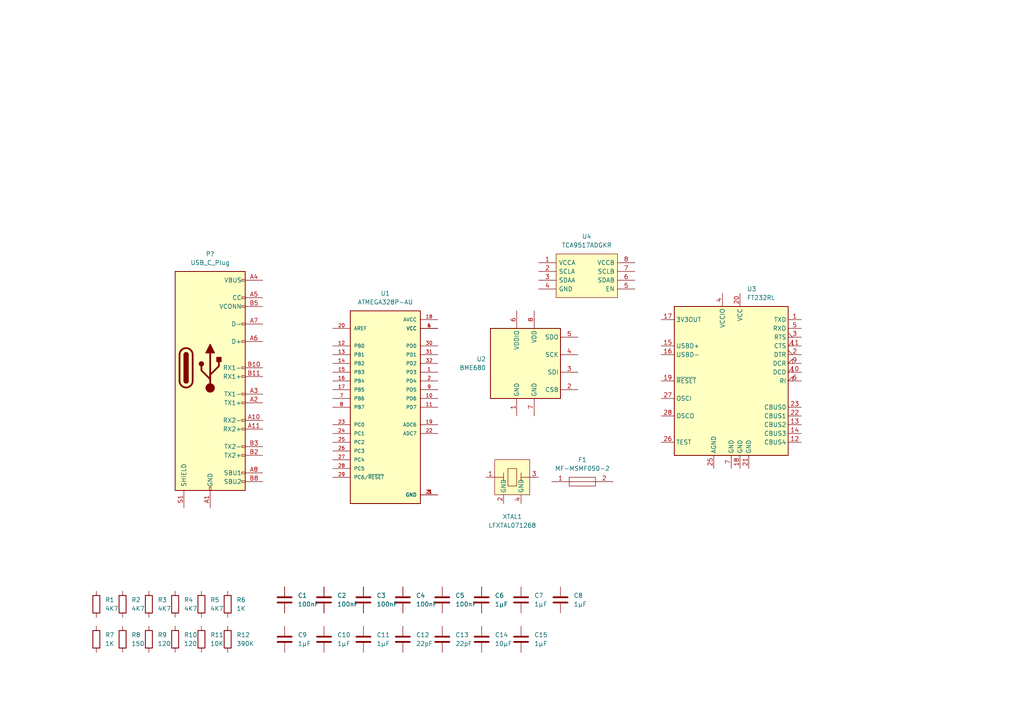
<source format=kicad_sch>
(kicad_sch (version 20211123) (generator eeschema)

  (uuid 4cb6150e-cdfc-49c3-8d96-6f4fb6753aaf)

  (paper "A4")

  (lib_symbols
    (symbol "ATMEGA328P-AU:ATMEGA328P-AU" (pin_names (offset 1.016)) (in_bom yes) (on_board yes)
      (property "Reference" "U" (id 0) (at -10.1755 29.2546 0)
        (effects (font (size 1.27 1.27)) (justify left bottom))
      )
      (property "Value" "ATMEGA328P-AU" (id 1) (at -10.1669 -31.7714 0)
        (effects (font (size 1.27 1.27)) (justify left bottom))
      )
      (property "Footprint" "QFP80P900X900X120-32N" (id 2) (at 0 0 0)
        (effects (font (size 1.27 1.27)) (justify bottom) hide)
      )
      (property "Datasheet" "" (id 3) (at 0 0 0)
        (effects (font (size 1.27 1.27)) hide)
      )
      (property "MANUFACTURER" "Atmel" (id 4) (at 0 0 0)
        (effects (font (size 1.27 1.27)) (justify bottom) hide)
      )
      (symbol "ATMEGA328P-AU_0_0"
        (rectangle (start -10.16 -27.94) (end 10.16 27.94)
          (stroke (width 0.254) (type default) (color 0 0 0 0))
          (fill (type background))
        )
        (pin bidirectional line (at 15.24 10.16 180) (length 5.08)
          (name "PD3" (effects (font (size 1.016 1.016))))
          (number "1" (effects (font (size 1.016 1.016))))
        )
        (pin bidirectional line (at 15.24 2.54 180) (length 5.08)
          (name "PD6" (effects (font (size 1.016 1.016))))
          (number "10" (effects (font (size 1.016 1.016))))
        )
        (pin bidirectional line (at 15.24 0 180) (length 5.08)
          (name "PD7" (effects (font (size 1.016 1.016))))
          (number "11" (effects (font (size 1.016 1.016))))
        )
        (pin bidirectional line (at -15.24 17.78 0) (length 5.08)
          (name "PB0" (effects (font (size 1.016 1.016))))
          (number "12" (effects (font (size 1.016 1.016))))
        )
        (pin bidirectional line (at -15.24 15.24 0) (length 5.08)
          (name "PB1" (effects (font (size 1.016 1.016))))
          (number "13" (effects (font (size 1.016 1.016))))
        )
        (pin bidirectional line (at -15.24 12.7 0) (length 5.08)
          (name "PB2" (effects (font (size 1.016 1.016))))
          (number "14" (effects (font (size 1.016 1.016))))
        )
        (pin bidirectional line (at -15.24 10.16 0) (length 5.08)
          (name "PB3" (effects (font (size 1.016 1.016))))
          (number "15" (effects (font (size 1.016 1.016))))
        )
        (pin bidirectional line (at -15.24 7.62 0) (length 5.08)
          (name "PB4" (effects (font (size 1.016 1.016))))
          (number "16" (effects (font (size 1.016 1.016))))
        )
        (pin bidirectional line (at -15.24 5.08 0) (length 5.08)
          (name "PB5" (effects (font (size 1.016 1.016))))
          (number "17" (effects (font (size 1.016 1.016))))
        )
        (pin power_in line (at 15.24 25.4 180) (length 5.08)
          (name "AVCC" (effects (font (size 1.016 1.016))))
          (number "18" (effects (font (size 1.016 1.016))))
        )
        (pin bidirectional line (at 15.24 -5.08 180) (length 5.08)
          (name "ADC6" (effects (font (size 1.016 1.016))))
          (number "19" (effects (font (size 1.016 1.016))))
        )
        (pin bidirectional line (at 15.24 7.62 180) (length 5.08)
          (name "PD4" (effects (font (size 1.016 1.016))))
          (number "2" (effects (font (size 1.016 1.016))))
        )
        (pin input line (at -15.24 22.86 0) (length 5.08)
          (name "AREF" (effects (font (size 1.016 1.016))))
          (number "20" (effects (font (size 1.016 1.016))))
        )
        (pin power_in line (at 15.24 -25.4 180) (length 5.08)
          (name "GND" (effects (font (size 1.016 1.016))))
          (number "21" (effects (font (size 1.016 1.016))))
        )
        (pin bidirectional line (at 15.24 -7.62 180) (length 5.08)
          (name "ADC7" (effects (font (size 1.016 1.016))))
          (number "22" (effects (font (size 1.016 1.016))))
        )
        (pin bidirectional line (at -15.24 -5.08 0) (length 5.08)
          (name "PC0" (effects (font (size 1.016 1.016))))
          (number "23" (effects (font (size 1.016 1.016))))
        )
        (pin bidirectional line (at -15.24 -7.62 0) (length 5.08)
          (name "PC1" (effects (font (size 1.016 1.016))))
          (number "24" (effects (font (size 1.016 1.016))))
        )
        (pin bidirectional line (at -15.24 -10.16 0) (length 5.08)
          (name "PC2" (effects (font (size 1.016 1.016))))
          (number "25" (effects (font (size 1.016 1.016))))
        )
        (pin bidirectional line (at -15.24 -12.7 0) (length 5.08)
          (name "PC3" (effects (font (size 1.016 1.016))))
          (number "26" (effects (font (size 1.016 1.016))))
        )
        (pin bidirectional line (at -15.24 -15.24 0) (length 5.08)
          (name "PC4" (effects (font (size 1.016 1.016))))
          (number "27" (effects (font (size 1.016 1.016))))
        )
        (pin bidirectional line (at -15.24 -17.78 0) (length 5.08)
          (name "PC5" (effects (font (size 1.016 1.016))))
          (number "28" (effects (font (size 1.016 1.016))))
        )
        (pin bidirectional line (at -15.24 -20.32 0) (length 5.08)
          (name "PC6/~{RESET}" (effects (font (size 1.016 1.016))))
          (number "29" (effects (font (size 1.016 1.016))))
        )
        (pin power_in line (at 15.24 -25.4 180) (length 5.08)
          (name "GND" (effects (font (size 1.016 1.016))))
          (number "3" (effects (font (size 1.016 1.016))))
        )
        (pin bidirectional line (at 15.24 17.78 180) (length 5.08)
          (name "PD0" (effects (font (size 1.016 1.016))))
          (number "30" (effects (font (size 1.016 1.016))))
        )
        (pin bidirectional line (at 15.24 15.24 180) (length 5.08)
          (name "PD1" (effects (font (size 1.016 1.016))))
          (number "31" (effects (font (size 1.016 1.016))))
        )
        (pin bidirectional line (at 15.24 12.7 180) (length 5.08)
          (name "PD2" (effects (font (size 1.016 1.016))))
          (number "32" (effects (font (size 1.016 1.016))))
        )
        (pin power_in line (at 15.24 22.86 180) (length 5.08)
          (name "VCC" (effects (font (size 1.016 1.016))))
          (number "4" (effects (font (size 1.016 1.016))))
        )
        (pin power_in line (at 15.24 -25.4 180) (length 5.08)
          (name "GND" (effects (font (size 1.016 1.016))))
          (number "5" (effects (font (size 1.016 1.016))))
        )
        (pin power_in line (at 15.24 22.86 180) (length 5.08)
          (name "VCC" (effects (font (size 1.016 1.016))))
          (number "6" (effects (font (size 1.016 1.016))))
        )
        (pin bidirectional line (at -15.24 2.54 0) (length 5.08)
          (name "PB6" (effects (font (size 1.016 1.016))))
          (number "7" (effects (font (size 1.016 1.016))))
        )
        (pin bidirectional line (at -15.24 0 0) (length 5.08)
          (name "PB7" (effects (font (size 1.016 1.016))))
          (number "8" (effects (font (size 1.016 1.016))))
        )
        (pin bidirectional line (at 15.24 5.08 180) (length 5.08)
          (name "PD5" (effects (font (size 1.016 1.016))))
          (number "9" (effects (font (size 1.016 1.016))))
        )
      )
    )
    (symbol "Connector:USB_C_Plug" (pin_names (offset 1.016)) (in_bom yes) (on_board yes)
      (property "Reference" "P" (id 0) (at -10.16 29.21 0)
        (effects (font (size 1.27 1.27)) (justify left))
      )
      (property "Value" "USB_C_Plug" (id 1) (at 10.16 29.21 0)
        (effects (font (size 1.27 1.27)) (justify right))
      )
      (property "Footprint" "" (id 2) (at 3.81 0 0)
        (effects (font (size 1.27 1.27)) hide)
      )
      (property "Datasheet" "https://www.usb.org/sites/default/files/documents/usb_type-c.zip" (id 3) (at 3.81 0 0)
        (effects (font (size 1.27 1.27)) hide)
      )
      (property "ki_keywords" "usb universal serial bus" (id 4) (at 0 0 0)
        (effects (font (size 1.27 1.27)) hide)
      )
      (property "ki_description" "USB Type-C Plug connector" (id 5) (at 0 0 0)
        (effects (font (size 1.27 1.27)) hide)
      )
      (property "ki_fp_filters" "USB*C*Plug*" (id 6) (at 0 0 0)
        (effects (font (size 1.27 1.27)) hide)
      )
      (symbol "USB_C_Plug_0_0"
        (rectangle (start -0.254 -35.56) (end 0.254 -34.544)
          (stroke (width 0) (type default) (color 0 0 0 0))
          (fill (type none))
        )
        (rectangle (start 10.16 -32.766) (end 9.144 -33.274)
          (stroke (width 0) (type default) (color 0 0 0 0))
          (fill (type none))
        )
        (rectangle (start 10.16 -30.226) (end 9.144 -30.734)
          (stroke (width 0) (type default) (color 0 0 0 0))
          (fill (type none))
        )
        (rectangle (start 10.16 -25.146) (end 9.144 -25.654)
          (stroke (width 0) (type default) (color 0 0 0 0))
          (fill (type none))
        )
        (rectangle (start 10.16 -22.606) (end 9.144 -23.114)
          (stroke (width 0) (type default) (color 0 0 0 0))
          (fill (type none))
        )
        (rectangle (start 10.16 -17.526) (end 9.144 -18.034)
          (stroke (width 0) (type default) (color 0 0 0 0))
          (fill (type none))
        )
        (rectangle (start 10.16 -14.986) (end 9.144 -15.494)
          (stroke (width 0) (type default) (color 0 0 0 0))
          (fill (type none))
        )
        (rectangle (start 10.16 -9.906) (end 9.144 -10.414)
          (stroke (width 0) (type default) (color 0 0 0 0))
          (fill (type none))
        )
        (rectangle (start 10.16 -7.366) (end 9.144 -7.874)
          (stroke (width 0) (type default) (color 0 0 0 0))
          (fill (type none))
        )
        (rectangle (start 10.16 -2.286) (end 9.144 -2.794)
          (stroke (width 0) (type default) (color 0 0 0 0))
          (fill (type none))
        )
        (rectangle (start 10.16 0.254) (end 9.144 -0.254)
          (stroke (width 0) (type default) (color 0 0 0 0))
          (fill (type none))
        )
        (rectangle (start 10.16 7.874) (end 9.144 7.366)
          (stroke (width 0) (type default) (color 0 0 0 0))
          (fill (type none))
        )
        (rectangle (start 10.16 12.954) (end 9.144 12.446)
          (stroke (width 0) (type default) (color 0 0 0 0))
          (fill (type none))
        )
        (rectangle (start 10.16 18.034) (end 9.144 17.526)
          (stroke (width 0) (type default) (color 0 0 0 0))
          (fill (type none))
        )
        (rectangle (start 10.16 20.574) (end 9.144 20.066)
          (stroke (width 0) (type default) (color 0 0 0 0))
          (fill (type none))
        )
        (rectangle (start 10.16 25.654) (end 9.144 25.146)
          (stroke (width 0) (type default) (color 0 0 0 0))
          (fill (type none))
        )
      )
      (symbol "USB_C_Plug_0_1"
        (rectangle (start -10.16 27.94) (end 10.16 -35.56)
          (stroke (width 0.254) (type default) (color 0 0 0 0))
          (fill (type background))
        )
        (arc (start -8.89 -3.81) (mid -6.985 -5.715) (end -5.08 -3.81)
          (stroke (width 0.508) (type default) (color 0 0 0 0))
          (fill (type none))
        )
        (arc (start -7.62 -3.81) (mid -6.985 -4.445) (end -6.35 -3.81)
          (stroke (width 0.254) (type default) (color 0 0 0 0))
          (fill (type none))
        )
        (arc (start -7.62 -3.81) (mid -6.985 -4.445) (end -6.35 -3.81)
          (stroke (width 0.254) (type default) (color 0 0 0 0))
          (fill (type outline))
        )
        (rectangle (start -7.62 -3.81) (end -6.35 3.81)
          (stroke (width 0.254) (type default) (color 0 0 0 0))
          (fill (type outline))
        )
        (arc (start -6.35 3.81) (mid -6.985 4.445) (end -7.62 3.81)
          (stroke (width 0.254) (type default) (color 0 0 0 0))
          (fill (type none))
        )
        (arc (start -6.35 3.81) (mid -6.985 4.445) (end -7.62 3.81)
          (stroke (width 0.254) (type default) (color 0 0 0 0))
          (fill (type outline))
        )
        (arc (start -5.08 3.81) (mid -6.985 5.715) (end -8.89 3.81)
          (stroke (width 0.508) (type default) (color 0 0 0 0))
          (fill (type none))
        )
        (polyline
          (pts
            (xy -8.89 -3.81)
            (xy -8.89 3.81)
          )
          (stroke (width 0.508) (type default) (color 0 0 0 0))
          (fill (type none))
        )
        (polyline
          (pts
            (xy -5.08 3.81)
            (xy -5.08 -3.81)
          )
          (stroke (width 0.508) (type default) (color 0 0 0 0))
          (fill (type none))
        )
      )
      (symbol "USB_C_Plug_1_1"
        (circle (center -2.54 1.143) (radius 0.635)
          (stroke (width 0.254) (type default) (color 0 0 0 0))
          (fill (type outline))
        )
        (circle (center 0 -5.842) (radius 1.27)
          (stroke (width 0) (type default) (color 0 0 0 0))
          (fill (type outline))
        )
        (polyline
          (pts
            (xy 0 -5.842)
            (xy 0 4.318)
          )
          (stroke (width 0.508) (type default) (color 0 0 0 0))
          (fill (type none))
        )
        (polyline
          (pts
            (xy 0 -3.302)
            (xy -2.54 -0.762)
            (xy -2.54 0.508)
          )
          (stroke (width 0.508) (type default) (color 0 0 0 0))
          (fill (type none))
        )
        (polyline
          (pts
            (xy 0 -2.032)
            (xy 2.54 0.508)
            (xy 2.54 1.778)
          )
          (stroke (width 0.508) (type default) (color 0 0 0 0))
          (fill (type none))
        )
        (polyline
          (pts
            (xy -1.27 4.318)
            (xy 0 6.858)
            (xy 1.27 4.318)
            (xy -1.27 4.318)
          )
          (stroke (width 0.254) (type default) (color 0 0 0 0))
          (fill (type outline))
        )
        (rectangle (start 1.905 1.778) (end 3.175 3.048)
          (stroke (width 0.254) (type default) (color 0 0 0 0))
          (fill (type outline))
        )
        (pin passive line (at 0 -40.64 90) (length 5.08)
          (name "GND" (effects (font (size 1.27 1.27))))
          (number "A1" (effects (font (size 1.27 1.27))))
        )
        (pin bidirectional line (at 15.24 -15.24 180) (length 5.08)
          (name "RX2-" (effects (font (size 1.27 1.27))))
          (number "A10" (effects (font (size 1.27 1.27))))
        )
        (pin bidirectional line (at 15.24 -17.78 180) (length 5.08)
          (name "RX2+" (effects (font (size 1.27 1.27))))
          (number "A11" (effects (font (size 1.27 1.27))))
        )
        (pin passive line (at 0 -40.64 90) (length 5.08) hide
          (name "GND" (effects (font (size 1.27 1.27))))
          (number "A12" (effects (font (size 1.27 1.27))))
        )
        (pin bidirectional line (at 15.24 -10.16 180) (length 5.08)
          (name "TX1+" (effects (font (size 1.27 1.27))))
          (number "A2" (effects (font (size 1.27 1.27))))
        )
        (pin bidirectional line (at 15.24 -7.62 180) (length 5.08)
          (name "TX1-" (effects (font (size 1.27 1.27))))
          (number "A3" (effects (font (size 1.27 1.27))))
        )
        (pin passive line (at 15.24 25.4 180) (length 5.08)
          (name "VBUS" (effects (font (size 1.27 1.27))))
          (number "A4" (effects (font (size 1.27 1.27))))
        )
        (pin bidirectional line (at 15.24 20.32 180) (length 5.08)
          (name "CC" (effects (font (size 1.27 1.27))))
          (number "A5" (effects (font (size 1.27 1.27))))
        )
        (pin bidirectional line (at 15.24 7.62 180) (length 5.08)
          (name "D+" (effects (font (size 1.27 1.27))))
          (number "A6" (effects (font (size 1.27 1.27))))
        )
        (pin bidirectional line (at 15.24 12.7 180) (length 5.08)
          (name "D-" (effects (font (size 1.27 1.27))))
          (number "A7" (effects (font (size 1.27 1.27))))
        )
        (pin bidirectional line (at 15.24 -30.48 180) (length 5.08)
          (name "SBU1" (effects (font (size 1.27 1.27))))
          (number "A8" (effects (font (size 1.27 1.27))))
        )
        (pin passive line (at 15.24 25.4 180) (length 5.08) hide
          (name "VBUS" (effects (font (size 1.27 1.27))))
          (number "A9" (effects (font (size 1.27 1.27))))
        )
        (pin passive line (at 0 -40.64 90) (length 5.08) hide
          (name "GND" (effects (font (size 1.27 1.27))))
          (number "B1" (effects (font (size 1.27 1.27))))
        )
        (pin bidirectional line (at 15.24 0 180) (length 5.08)
          (name "RX1-" (effects (font (size 1.27 1.27))))
          (number "B10" (effects (font (size 1.27 1.27))))
        )
        (pin bidirectional line (at 15.24 -2.54 180) (length 5.08)
          (name "RX1+" (effects (font (size 1.27 1.27))))
          (number "B11" (effects (font (size 1.27 1.27))))
        )
        (pin passive line (at 0 -40.64 90) (length 5.08) hide
          (name "GND" (effects (font (size 1.27 1.27))))
          (number "B12" (effects (font (size 1.27 1.27))))
        )
        (pin bidirectional line (at 15.24 -25.4 180) (length 5.08)
          (name "TX2+" (effects (font (size 1.27 1.27))))
          (number "B2" (effects (font (size 1.27 1.27))))
        )
        (pin bidirectional line (at 15.24 -22.86 180) (length 5.08)
          (name "TX2-" (effects (font (size 1.27 1.27))))
          (number "B3" (effects (font (size 1.27 1.27))))
        )
        (pin passive line (at 15.24 25.4 180) (length 5.08) hide
          (name "VBUS" (effects (font (size 1.27 1.27))))
          (number "B4" (effects (font (size 1.27 1.27))))
        )
        (pin bidirectional line (at 15.24 17.78 180) (length 5.08)
          (name "VCONN" (effects (font (size 1.27 1.27))))
          (number "B5" (effects (font (size 1.27 1.27))))
        )
        (pin bidirectional line (at 15.24 -33.02 180) (length 5.08)
          (name "SBU2" (effects (font (size 1.27 1.27))))
          (number "B8" (effects (font (size 1.27 1.27))))
        )
        (pin passive line (at 15.24 25.4 180) (length 5.08) hide
          (name "VBUS" (effects (font (size 1.27 1.27))))
          (number "B9" (effects (font (size 1.27 1.27))))
        )
        (pin passive line (at -7.62 -40.64 90) (length 5.08)
          (name "SHIELD" (effects (font (size 1.27 1.27))))
          (number "S1" (effects (font (size 1.27 1.27))))
        )
      )
    )
    (symbol "Device:C" (pin_numbers hide) (pin_names (offset 0.254)) (in_bom yes) (on_board yes)
      (property "Reference" "C" (id 0) (at 0.635 2.54 0)
        (effects (font (size 1.27 1.27)) (justify left))
      )
      (property "Value" "C" (id 1) (at 0.635 -2.54 0)
        (effects (font (size 1.27 1.27)) (justify left))
      )
      (property "Footprint" "" (id 2) (at 0.9652 -3.81 0)
        (effects (font (size 1.27 1.27)) hide)
      )
      (property "Datasheet" "~" (id 3) (at 0 0 0)
        (effects (font (size 1.27 1.27)) hide)
      )
      (property "ki_keywords" "cap capacitor" (id 4) (at 0 0 0)
        (effects (font (size 1.27 1.27)) hide)
      )
      (property "ki_description" "Unpolarized capacitor" (id 5) (at 0 0 0)
        (effects (font (size 1.27 1.27)) hide)
      )
      (property "ki_fp_filters" "C_*" (id 6) (at 0 0 0)
        (effects (font (size 1.27 1.27)) hide)
      )
      (symbol "C_0_1"
        (polyline
          (pts
            (xy -2.032 -0.762)
            (xy 2.032 -0.762)
          )
          (stroke (width 0.508) (type default) (color 0 0 0 0))
          (fill (type none))
        )
        (polyline
          (pts
            (xy -2.032 0.762)
            (xy 2.032 0.762)
          )
          (stroke (width 0.508) (type default) (color 0 0 0 0))
          (fill (type none))
        )
      )
      (symbol "C_1_1"
        (pin passive line (at 0 3.81 270) (length 2.794)
          (name "~" (effects (font (size 1.27 1.27))))
          (number "1" (effects (font (size 1.27 1.27))))
        )
        (pin passive line (at 0 -3.81 90) (length 2.794)
          (name "~" (effects (font (size 1.27 1.27))))
          (number "2" (effects (font (size 1.27 1.27))))
        )
      )
    )
    (symbol "Device:R" (pin_numbers hide) (pin_names (offset 0)) (in_bom yes) (on_board yes)
      (property "Reference" "R" (id 0) (at 2.032 0 90)
        (effects (font (size 1.27 1.27)))
      )
      (property "Value" "R" (id 1) (at 0 0 90)
        (effects (font (size 1.27 1.27)))
      )
      (property "Footprint" "" (id 2) (at -1.778 0 90)
        (effects (font (size 1.27 1.27)) hide)
      )
      (property "Datasheet" "~" (id 3) (at 0 0 0)
        (effects (font (size 1.27 1.27)) hide)
      )
      (property "ki_keywords" "R res resistor" (id 4) (at 0 0 0)
        (effects (font (size 1.27 1.27)) hide)
      )
      (property "ki_description" "Resistor" (id 5) (at 0 0 0)
        (effects (font (size 1.27 1.27)) hide)
      )
      (property "ki_fp_filters" "R_*" (id 6) (at 0 0 0)
        (effects (font (size 1.27 1.27)) hide)
      )
      (symbol "R_0_1"
        (rectangle (start -1.016 -2.54) (end 1.016 2.54)
          (stroke (width 0.254) (type default) (color 0 0 0 0))
          (fill (type none))
        )
      )
      (symbol "R_1_1"
        (pin passive line (at 0 3.81 270) (length 1.27)
          (name "~" (effects (font (size 1.27 1.27))))
          (number "1" (effects (font (size 1.27 1.27))))
        )
        (pin passive line (at 0 -3.81 90) (length 1.27)
          (name "~" (effects (font (size 1.27 1.27))))
          (number "2" (effects (font (size 1.27 1.27))))
        )
      )
    )
    (symbol "Interface_USB:FT232RL" (in_bom yes) (on_board yes)
      (property "Reference" "U" (id 0) (at -16.51 22.86 0)
        (effects (font (size 1.27 1.27)) (justify left))
      )
      (property "Value" "FT232RL" (id 1) (at 10.16 22.86 0)
        (effects (font (size 1.27 1.27)) (justify left))
      )
      (property "Footprint" "Package_SO:SSOP-28_5.3x10.2mm_P0.65mm" (id 2) (at 27.94 -22.86 0)
        (effects (font (size 1.27 1.27)) hide)
      )
      (property "Datasheet" "https://www.ftdichip.com/Support/Documents/DataSheets/ICs/DS_FT232R.pdf" (id 3) (at 0 0 0)
        (effects (font (size 1.27 1.27)) hide)
      )
      (property "ki_keywords" "FTDI USB Serial" (id 4) (at 0 0 0)
        (effects (font (size 1.27 1.27)) hide)
      )
      (property "ki_description" "USB to Serial Interface, SSOP-28" (id 5) (at 0 0 0)
        (effects (font (size 1.27 1.27)) hide)
      )
      (property "ki_fp_filters" "SSOP*5.3x10.2mm*P0.65mm*" (id 6) (at 0 0 0)
        (effects (font (size 1.27 1.27)) hide)
      )
      (symbol "FT232RL_0_1"
        (rectangle (start -16.51 21.59) (end 16.51 -21.59)
          (stroke (width 0.254) (type default) (color 0 0 0 0))
          (fill (type background))
        )
      )
      (symbol "FT232RL_1_1"
        (pin output line (at 20.32 17.78 180) (length 3.81)
          (name "TXD" (effects (font (size 1.27 1.27))))
          (number "1" (effects (font (size 1.27 1.27))))
        )
        (pin input input_low (at 20.32 2.54 180) (length 3.81)
          (name "DCD" (effects (font (size 1.27 1.27))))
          (number "10" (effects (font (size 1.27 1.27))))
        )
        (pin input input_low (at 20.32 10.16 180) (length 3.81)
          (name "CTS" (effects (font (size 1.27 1.27))))
          (number "11" (effects (font (size 1.27 1.27))))
        )
        (pin bidirectional line (at 20.32 -17.78 180) (length 3.81)
          (name "CBUS4" (effects (font (size 1.27 1.27))))
          (number "12" (effects (font (size 1.27 1.27))))
        )
        (pin bidirectional line (at 20.32 -12.7 180) (length 3.81)
          (name "CBUS2" (effects (font (size 1.27 1.27))))
          (number "13" (effects (font (size 1.27 1.27))))
        )
        (pin bidirectional line (at 20.32 -15.24 180) (length 3.81)
          (name "CBUS3" (effects (font (size 1.27 1.27))))
          (number "14" (effects (font (size 1.27 1.27))))
        )
        (pin bidirectional line (at -20.32 10.16 0) (length 3.81)
          (name "USBD+" (effects (font (size 1.27 1.27))))
          (number "15" (effects (font (size 1.27 1.27))))
        )
        (pin bidirectional line (at -20.32 7.62 0) (length 3.81)
          (name "USBD-" (effects (font (size 1.27 1.27))))
          (number "16" (effects (font (size 1.27 1.27))))
        )
        (pin power_out line (at -20.32 17.78 0) (length 3.81)
          (name "3V3OUT" (effects (font (size 1.27 1.27))))
          (number "17" (effects (font (size 1.27 1.27))))
        )
        (pin power_in line (at 2.54 -25.4 90) (length 3.81)
          (name "GND" (effects (font (size 1.27 1.27))))
          (number "18" (effects (font (size 1.27 1.27))))
        )
        (pin input line (at -20.32 0 0) (length 3.81)
          (name "~{RESET}" (effects (font (size 1.27 1.27))))
          (number "19" (effects (font (size 1.27 1.27))))
        )
        (pin output output_low (at 20.32 7.62 180) (length 3.81)
          (name "DTR" (effects (font (size 1.27 1.27))))
          (number "2" (effects (font (size 1.27 1.27))))
        )
        (pin power_in line (at 2.54 25.4 270) (length 3.81)
          (name "VCC" (effects (font (size 1.27 1.27))))
          (number "20" (effects (font (size 1.27 1.27))))
        )
        (pin power_in line (at 5.08 -25.4 90) (length 3.81)
          (name "GND" (effects (font (size 1.27 1.27))))
          (number "21" (effects (font (size 1.27 1.27))))
        )
        (pin bidirectional line (at 20.32 -10.16 180) (length 3.81)
          (name "CBUS1" (effects (font (size 1.27 1.27))))
          (number "22" (effects (font (size 1.27 1.27))))
        )
        (pin bidirectional line (at 20.32 -7.62 180) (length 3.81)
          (name "CBUS0" (effects (font (size 1.27 1.27))))
          (number "23" (effects (font (size 1.27 1.27))))
        )
        (pin power_in line (at -5.08 -25.4 90) (length 3.81)
          (name "AGND" (effects (font (size 1.27 1.27))))
          (number "25" (effects (font (size 1.27 1.27))))
        )
        (pin input line (at -20.32 -17.78 0) (length 3.81)
          (name "TEST" (effects (font (size 1.27 1.27))))
          (number "26" (effects (font (size 1.27 1.27))))
        )
        (pin input line (at -20.32 -5.08 0) (length 3.81)
          (name "OSCI" (effects (font (size 1.27 1.27))))
          (number "27" (effects (font (size 1.27 1.27))))
        )
        (pin output line (at -20.32 -10.16 0) (length 3.81)
          (name "OSCO" (effects (font (size 1.27 1.27))))
          (number "28" (effects (font (size 1.27 1.27))))
        )
        (pin output output_low (at 20.32 12.7 180) (length 3.81)
          (name "RTS" (effects (font (size 1.27 1.27))))
          (number "3" (effects (font (size 1.27 1.27))))
        )
        (pin power_in line (at -2.54 25.4 270) (length 3.81)
          (name "VCCIO" (effects (font (size 1.27 1.27))))
          (number "4" (effects (font (size 1.27 1.27))))
        )
        (pin input line (at 20.32 15.24 180) (length 3.81)
          (name "RXD" (effects (font (size 1.27 1.27))))
          (number "5" (effects (font (size 1.27 1.27))))
        )
        (pin input input_low (at 20.32 0 180) (length 3.81)
          (name "RI" (effects (font (size 1.27 1.27))))
          (number "6" (effects (font (size 1.27 1.27))))
        )
        (pin power_in line (at 0 -25.4 90) (length 3.81)
          (name "GND" (effects (font (size 1.27 1.27))))
          (number "7" (effects (font (size 1.27 1.27))))
        )
        (pin input input_low (at 20.32 5.08 180) (length 3.81)
          (name "DCR" (effects (font (size 1.27 1.27))))
          (number "9" (effects (font (size 1.27 1.27))))
        )
      )
    )
    (symbol "LFXTAL071268:LFXTAL071268" (in_bom yes) (on_board yes)
      (property "Reference" "XTAL?" (id 0) (at 0 -11.43 0)
        (effects (font (size 1.27 1.27)))
      )
      (property "Value" "LFXTAL071268" (id 1) (at 0 -13.97 0)
        (effects (font (size 1.27 1.27)))
      )
      (property "Footprint" "" (id 2) (at 0 1.27 0)
        (effects (font (size 1.27 1.27)) hide)
      )
      (property "Datasheet" "" (id 3) (at 0 1.27 0)
        (effects (font (size 1.27 1.27)) hide)
      )
      (symbol "LFXTAL071268_0_1"
        (rectangle (start -5.08 5.08) (end 5.08 -5.08)
          (stroke (width 0) (type default) (color 0 0 0 0))
          (fill (type background))
        )
        (rectangle (start -1.27 2.54) (end 1.27 -2.54)
          (stroke (width 0) (type default) (color 0 0 0 0))
          (fill (type background))
        )
        (polyline
          (pts
            (xy -2.54 0)
            (xy -5.08 0)
          )
          (stroke (width 0) (type default) (color 0 0 0 0))
          (fill (type none))
        )
        (polyline
          (pts
            (xy -2.54 1.27)
            (xy -2.54 -1.27)
          )
          (stroke (width 0) (type default) (color 0 0 0 0))
          (fill (type none))
        )
        (polyline
          (pts
            (xy 2.54 0)
            (xy 5.08 0)
          )
          (stroke (width 0) (type default) (color 0 0 0 0))
          (fill (type none))
        )
        (polyline
          (pts
            (xy 2.54 1.27)
            (xy 2.54 -1.27)
          )
          (stroke (width 0) (type default) (color 0 0 0 0))
          (fill (type none))
        )
      )
      (symbol "LFXTAL071268_1_1"
        (pin output line (at -7.62 0 0) (length 2.54)
          (name "" (effects (font (size 1.27 1.27))))
          (number "1" (effects (font (size 1.27 1.27))))
        )
        (pin power_in line (at -2.54 -7.62 90) (length 2.54)
          (name "GND" (effects (font (size 1.27 1.27))))
          (number "2" (effects (font (size 1.27 1.27))))
        )
        (pin output line (at 7.62 0 180) (length 2.54)
          (name "" (effects (font (size 1.27 1.27))))
          (number "3" (effects (font (size 1.27 1.27))))
        )
        (pin power_in line (at 2.54 -7.62 90) (length 2.54)
          (name "GND" (effects (font (size 1.27 1.27))))
          (number "4" (effects (font (size 1.27 1.27))))
        )
      )
    )
    (symbol "MF-MSMF050-2:MF-MSMF050-2" (pin_names (offset 0.762)) (in_bom yes) (on_board yes)
      (property "Reference" "F" (id 0) (at 13.97 6.35 0)
        (effects (font (size 1.27 1.27)) (justify left))
      )
      (property "Value" "MF-MSMF050-2" (id 1) (at 13.97 3.81 0)
        (effects (font (size 1.27 1.27)) (justify left))
      )
      (property "Footprint" "FUSC4632X85N" (id 2) (at 13.97 1.27 0)
        (effects (font (size 1.27 1.27)) (justify left) hide)
      )
      (property "Datasheet" "https://www.bourns.com/pdfs/mfmsmf.pdf" (id 3) (at 13.97 -1.27 0)
        (effects (font (size 1.27 1.27)) (justify left) hide)
      )
      (property "Description" "Fuse, PTC, Resettable, SMD, 1812, 500mA Bourns 0.5A Surface Mount Resettable Fuse, 15 V" (id 4) (at 13.97 -3.81 0)
        (effects (font (size 1.27 1.27)) (justify left) hide)
      )
      (property "Height" "" (id 5) (at 13.97 -6.35 0)
        (effects (font (size 1.27 1.27)) (justify left) hide)
      )
      (property "Mouser Part Number" "652-MF-MSMF050-2" (id 6) (at 13.97 -8.89 0)
        (effects (font (size 1.27 1.27)) (justify left) hide)
      )
      (property "Mouser Price/Stock" "https://www.mouser.co.uk/ProductDetail/Bourns/MF-MSMF050-2?qs=t3shhpq1i1DZ7OBD5kLNoA%3D%3D" (id 7) (at 13.97 -11.43 0)
        (effects (font (size 1.27 1.27)) (justify left) hide)
      )
      (property "Manufacturer_Name" "Bourns" (id 8) (at 13.97 -13.97 0)
        (effects (font (size 1.27 1.27)) (justify left) hide)
      )
      (property "Manufacturer_Part_Number" "MF-MSMF050-2" (id 9) (at 13.97 -16.51 0)
        (effects (font (size 1.27 1.27)) (justify left) hide)
      )
      (symbol "MF-MSMF050-2_0_0"
        (pin passive line (at 0 0 0) (length 5.08)
          (name "~" (effects (font (size 1.27 1.27))))
          (number "1" (effects (font (size 1.27 1.27))))
        )
        (pin passive line (at 17.78 0 180) (length 5.08)
          (name "~" (effects (font (size 1.27 1.27))))
          (number "2" (effects (font (size 1.27 1.27))))
        )
      )
      (symbol "MF-MSMF050-2_0_1"
        (polyline
          (pts
            (xy 5.08 0)
            (xy 12.7 0)
          )
          (stroke (width 0.1524) (type default) (color 0 0 0 0))
          (fill (type none))
        )
        (polyline
          (pts
            (xy 5.08 1.27)
            (xy 12.7 1.27)
            (xy 12.7 -1.27)
            (xy 5.08 -1.27)
            (xy 5.08 1.27)
          )
          (stroke (width 0.1524) (type default) (color 0 0 0 0))
          (fill (type none))
        )
      )
    )
    (symbol "Sensor:BME680" (in_bom yes) (on_board yes)
      (property "Reference" "U" (id 0) (at -8.89 11.43 0)
        (effects (font (size 1.27 1.27)))
      )
      (property "Value" "BME680" (id 1) (at 7.62 11.43 0)
        (effects (font (size 1.27 1.27)))
      )
      (property "Footprint" "Package_LGA:Bosch_LGA-8_3x3mm_P0.8mm_ClockwisePinNumbering" (id 2) (at 36.83 -11.43 0)
        (effects (font (size 1.27 1.27)) hide)
      )
      (property "Datasheet" "https://ae-bst.resource.bosch.com/media/_tech/media/datasheets/BST-BME680-DS001.pdf" (id 3) (at 0 -5.08 0)
        (effects (font (size 1.27 1.27)) hide)
      )
      (property "ki_keywords" "Bosch gas pressure humidity temperature environment environmental measurement digital" (id 4) (at 0 0 0)
        (effects (font (size 1.27 1.27)) hide)
      )
      (property "ki_description" "4-in-1 sensor, gas, humidity, pressure, temperature, I2C and SPI interface, 1.71-3.6V, LGA-8" (id 5) (at 0 0 0)
        (effects (font (size 1.27 1.27)) hide)
      )
      (property "ki_fp_filters" "*LGA*3x3mm*P0.8mm*Clockwise*" (id 6) (at 0 0 0)
        (effects (font (size 1.27 1.27)) hide)
      )
      (symbol "BME680_0_1"
        (rectangle (start -10.16 10.16) (end 10.16 -10.16)
          (stroke (width 0.254) (type default) (color 0 0 0 0))
          (fill (type background))
        )
      )
      (symbol "BME680_1_1"
        (pin power_in line (at -2.54 -15.24 90) (length 5.08)
          (name "GND" (effects (font (size 1.27 1.27))))
          (number "1" (effects (font (size 1.27 1.27))))
        )
        (pin input line (at 15.24 -7.62 180) (length 5.08)
          (name "CSB" (effects (font (size 1.27 1.27))))
          (number "2" (effects (font (size 1.27 1.27))))
        )
        (pin bidirectional line (at 15.24 -2.54 180) (length 5.08)
          (name "SDI" (effects (font (size 1.27 1.27))))
          (number "3" (effects (font (size 1.27 1.27))))
        )
        (pin input line (at 15.24 2.54 180) (length 5.08)
          (name "SCK" (effects (font (size 1.27 1.27))))
          (number "4" (effects (font (size 1.27 1.27))))
        )
        (pin bidirectional line (at 15.24 7.62 180) (length 5.08)
          (name "SDO" (effects (font (size 1.27 1.27))))
          (number "5" (effects (font (size 1.27 1.27))))
        )
        (pin power_in line (at -2.54 15.24 270) (length 5.08)
          (name "VDDIO" (effects (font (size 1.27 1.27))))
          (number "6" (effects (font (size 1.27 1.27))))
        )
        (pin power_in line (at 2.54 -15.24 90) (length 5.08)
          (name "GND" (effects (font (size 1.27 1.27))))
          (number "7" (effects (font (size 1.27 1.27))))
        )
        (pin power_in line (at 2.54 15.24 270) (length 5.08)
          (name "VDD" (effects (font (size 1.27 1.27))))
          (number "8" (effects (font (size 1.27 1.27))))
        )
      )
    )
    (symbol "TCA9517ADGKR:TCA9517ADGKR" (pin_names (offset 0.762)) (in_bom yes) (on_board yes)
      (property "Reference" "IC?" (id 0) (at 13.97 7.62 0)
        (effects (font (size 1.27 1.27)))
      )
      (property "Value" "TCA9517ADGKR" (id 1) (at 13.97 5.08 0)
        (effects (font (size 1.27 1.27)))
      )
      (property "Footprint" "SOP65P490X110-8N" (id 2) (at 24.13 2.54 0)
        (effects (font (size 1.27 1.27)) (justify left) hide)
      )
      (property "Datasheet" "http://www.ti.com/lit/gpn/tca9517a" (id 3) (at 24.13 0 0)
        (effects (font (size 1.27 1.27)) (justify left) hide)
      )
      (property "Description" "Level-Translating I2C Bus Repeater" (id 4) (at 24.13 -2.54 0)
        (effects (font (size 1.27 1.27)) (justify left) hide)
      )
      (property "Height" "1.1" (id 5) (at 24.13 -5.08 0)
        (effects (font (size 1.27 1.27)) (justify left) hide)
      )
      (property "Mouser Part Number" "595-TCA9517ADGKR" (id 6) (at 24.13 -7.62 0)
        (effects (font (size 1.27 1.27)) (justify left) hide)
      )
      (property "Mouser Price/Stock" "https://www.mouser.co.uk/ProductDetail/Texas-Instruments/TCA9517ADGKR?qs=%252BrH4t%252BeVZ2M4pVnwXR4oNA%3D%3D" (id 7) (at 24.13 -10.16 0)
        (effects (font (size 1.27 1.27)) (justify left) hide)
      )
      (property "Manufacturer_Name" "Texas Instruments" (id 8) (at 24.13 -12.7 0)
        (effects (font (size 1.27 1.27)) (justify left) hide)
      )
      (property "Manufacturer_Part_Number" "TCA9517ADGKR" (id 9) (at 24.13 -15.24 0)
        (effects (font (size 1.27 1.27)) (justify left) hide)
      )
      (symbol "TCA9517ADGKR_0_0"
        (pin passive line (at 0 0 0) (length 5.08)
          (name "VCCA" (effects (font (size 1.27 1.27))))
          (number "1" (effects (font (size 1.27 1.27))))
        )
        (pin passive line (at 0 -2.54 0) (length 5.08)
          (name "SCLA" (effects (font (size 1.27 1.27))))
          (number "2" (effects (font (size 1.27 1.27))))
        )
        (pin passive line (at 0 -5.08 0) (length 5.08)
          (name "SDAA" (effects (font (size 1.27 1.27))))
          (number "3" (effects (font (size 1.27 1.27))))
        )
        (pin passive line (at 0 -7.62 0) (length 5.08)
          (name "GND" (effects (font (size 1.27 1.27))))
          (number "4" (effects (font (size 1.27 1.27))))
        )
        (pin passive line (at 27.94 -7.62 180) (length 5.08)
          (name "EN" (effects (font (size 1.27 1.27))))
          (number "5" (effects (font (size 1.27 1.27))))
        )
        (pin passive line (at 27.94 -5.08 180) (length 5.08)
          (name "SDAB" (effects (font (size 1.27 1.27))))
          (number "6" (effects (font (size 1.27 1.27))))
        )
        (pin passive line (at 27.94 -2.54 180) (length 5.08)
          (name "SCLB" (effects (font (size 1.27 1.27))))
          (number "7" (effects (font (size 1.27 1.27))))
        )
        (pin passive line (at 27.94 0 180) (length 5.08)
          (name "VCCB" (effects (font (size 1.27 1.27))))
          (number "8" (effects (font (size 1.27 1.27))))
        )
      )
      (symbol "TCA9517ADGKR_0_1"
        (polyline
          (pts
            (xy 5.08 2.54)
            (xy 22.86 2.54)
            (xy 22.86 -10.16)
            (xy 5.08 -10.16)
            (xy 5.08 2.54)
          )
          (stroke (width 0.1524) (type default) (color 0 0 0 0))
          (fill (type background))
        )
      )
    )
  )


  (symbol (lib_id "Sensor:BME680") (at 152.4 105.41 0) (unit 1)
    (in_bom yes) (on_board yes) (fields_autoplaced)
    (uuid 01bd5451-b671-4441-8da2-6ec64cb6425e)
    (property "Reference" "U2" (id 0) (at 140.97 104.1399 0)
      (effects (font (size 1.27 1.27)) (justify right))
    )
    (property "Value" "BME680" (id 1) (at 140.97 106.6799 0)
      (effects (font (size 1.27 1.27)) (justify right))
    )
    (property "Footprint" "Package_LGA:Bosch_LGA-8_3x3mm_P0.8mm_ClockwisePinNumbering" (id 2) (at 189.23 116.84 0)
      (effects (font (size 1.27 1.27)) hide)
    )
    (property "Datasheet" "https://ae-bst.resource.bosch.com/media/_tech/media/datasheets/BST-BME680-DS001.pdf" (id 3) (at 152.4 110.49 0)
      (effects (font (size 1.27 1.27)) hide)
    )
    (pin "1" (uuid fa2b463a-d1b6-4de2-85aa-c9272beaf82b))
    (pin "2" (uuid 95aac31c-0cc0-4552-b342-50a27d01e4ae))
    (pin "3" (uuid cd2114bd-01df-4b61-9da6-a6e469bb4659))
    (pin "4" (uuid a59f9dc5-8046-44b5-aea1-7eafbd7c06f0))
    (pin "5" (uuid 5baa8e06-0f44-4a53-acd3-5595978f8d80))
    (pin "6" (uuid f8be889b-db07-4eee-b069-a9f3e77331d0))
    (pin "7" (uuid 7e063085-5802-4dff-8fc5-815dc1075f68))
    (pin "8" (uuid cb78b761-bb92-4499-a3e7-0b89a23ed96f))
  )

  (symbol (lib_id "Device:R") (at 43.18 175.26 0) (unit 1)
    (in_bom yes) (on_board yes) (fields_autoplaced)
    (uuid 030fd555-7e2b-4bd0-8fe2-16553c30436e)
    (property "Reference" "R3" (id 0) (at 45.72 173.9899 0)
      (effects (font (size 1.27 1.27)) (justify left))
    )
    (property "Value" "4K7" (id 1) (at 45.72 176.5299 0)
      (effects (font (size 1.27 1.27)) (justify left))
    )
    (property "Footprint" "" (id 2) (at 41.402 175.26 90)
      (effects (font (size 1.27 1.27)) hide)
    )
    (property "Datasheet" "~" (id 3) (at 43.18 175.26 0)
      (effects (font (size 1.27 1.27)) hide)
    )
    (pin "1" (uuid d24ed177-2b91-428a-943e-5845ded2b85e))
    (pin "2" (uuid 894bfb10-5a35-4705-9ab4-5680a18d43c2))
  )

  (symbol (lib_id "Device:C") (at 151.13 173.99 0) (unit 1)
    (in_bom yes) (on_board yes) (fields_autoplaced)
    (uuid 0dbbd145-caa5-487c-acd3-c59b6a060c26)
    (property "Reference" "C7" (id 0) (at 154.94 172.7199 0)
      (effects (font (size 1.27 1.27)) (justify left))
    )
    (property "Value" "1µF" (id 1) (at 154.94 175.2599 0)
      (effects (font (size 1.27 1.27)) (justify left))
    )
    (property "Footprint" "" (id 2) (at 152.0952 177.8 0)
      (effects (font (size 1.27 1.27)) hide)
    )
    (property "Datasheet" "~" (id 3) (at 151.13 173.99 0)
      (effects (font (size 1.27 1.27)) hide)
    )
    (pin "1" (uuid d3b1905d-4add-48b9-b387-516539bf389e))
    (pin "2" (uuid b2c4c3ee-24a4-48b2-a646-c363ba7d709d))
  )

  (symbol (lib_id "Device:R") (at 27.94 175.26 0) (unit 1)
    (in_bom yes) (on_board yes) (fields_autoplaced)
    (uuid 1b50e405-44c4-4c1e-9296-a3141b54f5a5)
    (property "Reference" "R1" (id 0) (at 30.48 173.9899 0)
      (effects (font (size 1.27 1.27)) (justify left))
    )
    (property "Value" "4K7" (id 1) (at 30.48 176.5299 0)
      (effects (font (size 1.27 1.27)) (justify left))
    )
    (property "Footprint" "" (id 2) (at 26.162 175.26 90)
      (effects (font (size 1.27 1.27)) hide)
    )
    (property "Datasheet" "~" (id 3) (at 27.94 175.26 0)
      (effects (font (size 1.27 1.27)) hide)
    )
    (pin "1" (uuid 644384ae-35af-4330-b356-bfbab57f3430))
    (pin "2" (uuid c84c370e-4582-4337-adb2-ddc3e596f7eb))
  )

  (symbol (lib_id "Device:C") (at 116.84 173.99 0) (unit 1)
    (in_bom yes) (on_board yes) (fields_autoplaced)
    (uuid 2515efdf-3837-4288-8fb0-03ddf70a7a34)
    (property "Reference" "C4" (id 0) (at 120.65 172.7199 0)
      (effects (font (size 1.27 1.27)) (justify left))
    )
    (property "Value" "100nF" (id 1) (at 120.65 175.2599 0)
      (effects (font (size 1.27 1.27)) (justify left))
    )
    (property "Footprint" "" (id 2) (at 117.8052 177.8 0)
      (effects (font (size 1.27 1.27)) hide)
    )
    (property "Datasheet" "~" (id 3) (at 116.84 173.99 0)
      (effects (font (size 1.27 1.27)) hide)
    )
    (pin "1" (uuid a62756ed-0fb7-471f-92cf-bb3a144e6631))
    (pin "2" (uuid dfc00204-aeea-4697-83cc-3f4518ea0164))
  )

  (symbol (lib_id "Device:R") (at 58.42 175.26 0) (unit 1)
    (in_bom yes) (on_board yes) (fields_autoplaced)
    (uuid 2e8f3790-ddfb-46eb-a9e4-07a3684d60fc)
    (property "Reference" "R5" (id 0) (at 60.96 173.9899 0)
      (effects (font (size 1.27 1.27)) (justify left))
    )
    (property "Value" "4K7" (id 1) (at 60.96 176.5299 0)
      (effects (font (size 1.27 1.27)) (justify left))
    )
    (property "Footprint" "" (id 2) (at 56.642 175.26 90)
      (effects (font (size 1.27 1.27)) hide)
    )
    (property "Datasheet" "~" (id 3) (at 58.42 175.26 0)
      (effects (font (size 1.27 1.27)) hide)
    )
    (pin "1" (uuid 9e114e31-7cad-45f8-b17c-7b3d62c12c97))
    (pin "2" (uuid fbfc6740-e130-4a35-9ab7-8b919dc2b8fc))
  )

  (symbol (lib_id "Device:C") (at 105.41 173.99 0) (unit 1)
    (in_bom yes) (on_board yes) (fields_autoplaced)
    (uuid 2eb699a9-80bd-4092-be91-527c3ca3926e)
    (property "Reference" "C3" (id 0) (at 109.22 172.7199 0)
      (effects (font (size 1.27 1.27)) (justify left))
    )
    (property "Value" "100nF" (id 1) (at 109.22 175.2599 0)
      (effects (font (size 1.27 1.27)) (justify left))
    )
    (property "Footprint" "" (id 2) (at 106.3752 177.8 0)
      (effects (font (size 1.27 1.27)) hide)
    )
    (property "Datasheet" "~" (id 3) (at 105.41 173.99 0)
      (effects (font (size 1.27 1.27)) hide)
    )
    (pin "1" (uuid 7163b376-e407-47e3-b316-ff0d58e632c1))
    (pin "2" (uuid 91755e19-9a3f-45a9-8cff-0d5663f3f4d1))
  )

  (symbol (lib_id "MF-MSMF050-2:MF-MSMF050-2") (at 160.02 139.7 0) (unit 1)
    (in_bom yes) (on_board yes) (fields_autoplaced)
    (uuid 4a2ac87b-45c8-4cfa-94b7-afb5e8acaaf7)
    (property "Reference" "F1" (id 0) (at 168.91 133.35 0))
    (property "Value" "MF-MSMF050-2" (id 1) (at 168.91 135.89 0))
    (property "Footprint" "MF-MSMF050-2:MF-MSMF050-2" (id 2) (at 173.99 138.43 0)
      (effects (font (size 1.27 1.27)) (justify left) hide)
    )
    (property "Datasheet" "https://www.bourns.com/pdfs/mfmsmf.pdf" (id 3) (at 173.99 140.97 0)
      (effects (font (size 1.27 1.27)) (justify left) hide)
    )
    (property "Description" "Fuse, PTC, Resettable, SMD, 1812, 500mA Bourns 0.5A Surface Mount Resettable Fuse, 15 V" (id 4) (at 173.99 143.51 0)
      (effects (font (size 1.27 1.27)) (justify left) hide)
    )
    (property "Height" "" (id 5) (at 173.99 146.05 0)
      (effects (font (size 1.27 1.27)) (justify left) hide)
    )
    (property "Mouser Part Number" "652-MF-MSMF050-2" (id 6) (at 173.99 148.59 0)
      (effects (font (size 1.27 1.27)) (justify left) hide)
    )
    (property "Mouser Price/Stock" "https://www.mouser.co.uk/ProductDetail/Bourns/MF-MSMF050-2?qs=t3shhpq1i1DZ7OBD5kLNoA%3D%3D" (id 7) (at 173.99 151.13 0)
      (effects (font (size 1.27 1.27)) (justify left) hide)
    )
    (property "Manufacturer_Name" "Bourns" (id 8) (at 173.99 153.67 0)
      (effects (font (size 1.27 1.27)) (justify left) hide)
    )
    (property "Manufacturer_Part_Number" "MF-MSMF050-2" (id 9) (at 173.99 156.21 0)
      (effects (font (size 1.27 1.27)) (justify left) hide)
    )
    (pin "1" (uuid ebcb90e9-82fd-4c87-aeb4-7aa9484e2b12))
    (pin "2" (uuid 22178e2e-c6b7-4384-9126-7048ddd95d7d))
  )

  (symbol (lib_id "Device:R") (at 66.04 175.26 0) (unit 1)
    (in_bom yes) (on_board yes) (fields_autoplaced)
    (uuid 5a748f55-74a5-4a89-9b29-a45c91e0216b)
    (property "Reference" "R6" (id 0) (at 68.58 173.9899 0)
      (effects (font (size 1.27 1.27)) (justify left))
    )
    (property "Value" "1K" (id 1) (at 68.58 176.5299 0)
      (effects (font (size 1.27 1.27)) (justify left))
    )
    (property "Footprint" "" (id 2) (at 64.262 175.26 90)
      (effects (font (size 1.27 1.27)) hide)
    )
    (property "Datasheet" "~" (id 3) (at 66.04 175.26 0)
      (effects (font (size 1.27 1.27)) hide)
    )
    (pin "1" (uuid 4fd2c0a2-2fd5-475e-903d-c8103a12df7c))
    (pin "2" (uuid 2508eaa9-ef7f-4ef1-912f-37be925ef4a6))
  )

  (symbol (lib_id "Device:R") (at 43.18 185.42 0) (unit 1)
    (in_bom yes) (on_board yes) (fields_autoplaced)
    (uuid 5fcabef6-15de-45e5-b219-e353e10e90c8)
    (property "Reference" "R9" (id 0) (at 45.72 184.1499 0)
      (effects (font (size 1.27 1.27)) (justify left))
    )
    (property "Value" "120" (id 1) (at 45.72 186.6899 0)
      (effects (font (size 1.27 1.27)) (justify left))
    )
    (property "Footprint" "" (id 2) (at 41.402 185.42 90)
      (effects (font (size 1.27 1.27)) hide)
    )
    (property "Datasheet" "~" (id 3) (at 43.18 185.42 0)
      (effects (font (size 1.27 1.27)) hide)
    )
    (pin "1" (uuid 3d969576-56a7-40b9-b39c-76702c0482b4))
    (pin "2" (uuid b0868e46-9ee6-49e5-9b55-6a4fbbaa3a95))
  )

  (symbol (lib_id "Device:C") (at 93.98 185.42 0) (unit 1)
    (in_bom yes) (on_board yes) (fields_autoplaced)
    (uuid 60856042-3c1e-404e-8914-c632fd058019)
    (property "Reference" "C10" (id 0) (at 97.79 184.1499 0)
      (effects (font (size 1.27 1.27)) (justify left))
    )
    (property "Value" "1µF" (id 1) (at 97.79 186.6899 0)
      (effects (font (size 1.27 1.27)) (justify left))
    )
    (property "Footprint" "" (id 2) (at 94.9452 189.23 0)
      (effects (font (size 1.27 1.27)) hide)
    )
    (property "Datasheet" "~" (id 3) (at 93.98 185.42 0)
      (effects (font (size 1.27 1.27)) hide)
    )
    (pin "1" (uuid 791a45fb-1386-4913-80fa-ed2b8aa7cced))
    (pin "2" (uuid 2a292519-a4d2-412d-ba28-3a564bdaddc0))
  )

  (symbol (lib_id "Device:R") (at 50.8 175.26 0) (unit 1)
    (in_bom yes) (on_board yes) (fields_autoplaced)
    (uuid 635131c2-46d3-45cc-8d0a-11e64919f7ac)
    (property "Reference" "R4" (id 0) (at 53.34 173.9899 0)
      (effects (font (size 1.27 1.27)) (justify left))
    )
    (property "Value" "4K7" (id 1) (at 53.34 176.5299 0)
      (effects (font (size 1.27 1.27)) (justify left))
    )
    (property "Footprint" "" (id 2) (at 49.022 175.26 90)
      (effects (font (size 1.27 1.27)) hide)
    )
    (property "Datasheet" "~" (id 3) (at 50.8 175.26 0)
      (effects (font (size 1.27 1.27)) hide)
    )
    (pin "1" (uuid 52b8c1cb-38cd-48e4-916a-394c6ebd175c))
    (pin "2" (uuid d1c29b0d-6779-44f8-9b0c-a6db840be417))
  )

  (symbol (lib_id "Device:R") (at 66.04 185.42 0) (unit 1)
    (in_bom yes) (on_board yes) (fields_autoplaced)
    (uuid 68cc3ddc-77cc-461a-8624-3f45a74eb79d)
    (property "Reference" "R12" (id 0) (at 68.58 184.1499 0)
      (effects (font (size 1.27 1.27)) (justify left))
    )
    (property "Value" "390K" (id 1) (at 68.58 186.6899 0)
      (effects (font (size 1.27 1.27)) (justify left))
    )
    (property "Footprint" "" (id 2) (at 64.262 185.42 90)
      (effects (font (size 1.27 1.27)) hide)
    )
    (property "Datasheet" "~" (id 3) (at 66.04 185.42 0)
      (effects (font (size 1.27 1.27)) hide)
    )
    (pin "1" (uuid 95971be7-f95e-455a-9975-fdd6991f4afc))
    (pin "2" (uuid 1ed13894-b6c4-4b46-96b8-bb05811717ab))
  )

  (symbol (lib_id "Device:C") (at 93.98 173.99 0) (unit 1)
    (in_bom yes) (on_board yes) (fields_autoplaced)
    (uuid 68fa2130-8555-43a5-871d-fbc9da0d3725)
    (property "Reference" "C2" (id 0) (at 97.79 172.7199 0)
      (effects (font (size 1.27 1.27)) (justify left))
    )
    (property "Value" "100nF" (id 1) (at 97.79 175.2599 0)
      (effects (font (size 1.27 1.27)) (justify left))
    )
    (property "Footprint" "" (id 2) (at 94.9452 177.8 0)
      (effects (font (size 1.27 1.27)) hide)
    )
    (property "Datasheet" "~" (id 3) (at 93.98 173.99 0)
      (effects (font (size 1.27 1.27)) hide)
    )
    (pin "1" (uuid 1cf60128-2e18-427b-919b-5d10fb3ecf9e))
    (pin "2" (uuid 2d15167e-d436-40f4-b682-b48b46a11792))
  )

  (symbol (lib_id "Connector:USB_C_Plug") (at 60.96 106.68 0) (unit 1)
    (in_bom yes) (on_board yes) (fields_autoplaced)
    (uuid 762263fb-2032-4231-9e4c-4007b818a025)
    (property "Reference" "P?" (id 0) (at 60.96 73.66 0))
    (property "Value" "USB_C_Plug" (id 1) (at 60.96 76.2 0))
    (property "Footprint" "" (id 2) (at 64.77 106.68 0)
      (effects (font (size 1.27 1.27)) hide)
    )
    (property "Datasheet" "https://www.usb.org/sites/default/files/documents/usb_type-c.zip" (id 3) (at 64.77 106.68 0)
      (effects (font (size 1.27 1.27)) hide)
    )
    (pin "A1" (uuid 91fd69f6-f36c-43de-839e-53a8543369b1))
    (pin "A10" (uuid bbad66ba-393e-461a-a43f-9a50ea52f1e9))
    (pin "A11" (uuid f13efadf-6a7d-45ea-93d8-4005307e116b))
    (pin "A12" (uuid faa88dc9-dc18-4203-a758-acf90acac822))
    (pin "A2" (uuid b547f42b-47f9-4f64-aa38-0e5d2831a70e))
    (pin "A3" (uuid 2b5460c8-f82e-4185-9fe0-5a3b172b33e9))
    (pin "A4" (uuid b3e4d98d-75d6-4f72-b028-73d7b15154b7))
    (pin "A5" (uuid 8807c1ed-8f02-4f67-93a7-645c47b03a80))
    (pin "A6" (uuid 0ae2e29e-7327-4b2e-9ed6-5d68050a2ab3))
    (pin "A7" (uuid db91a0c3-63cf-4dcb-aa2a-65d6447f5f0d))
    (pin "A8" (uuid b6edb033-13f4-4d40-9774-122638475f87))
    (pin "A9" (uuid f481bee3-931e-4bfa-90c3-972494b1271e))
    (pin "B1" (uuid c3f0b457-3b9e-492e-9f82-c4e3ee61fc1b))
    (pin "B10" (uuid e84d5e57-94a9-4993-9d19-89932cc18d95))
    (pin "B11" (uuid 72457455-aaf1-483f-befe-5f20f27385a9))
    (pin "B12" (uuid 5448ffb5-b3ba-48f8-92c1-c1e7c000b17f))
    (pin "B2" (uuid a659620b-f978-4571-be04-d66a706c4f25))
    (pin "B3" (uuid 9a24c575-4314-478a-8ff5-e887fd5cc32e))
    (pin "B4" (uuid bc6efc8d-665c-41b7-9d36-817f844e8023))
    (pin "B5" (uuid eaa33a8a-8327-4f47-8e74-590f05a6c89a))
    (pin "B8" (uuid e0a3b4aa-4fde-41a0-85c6-0ff958b4adbc))
    (pin "B9" (uuid af8ee970-a2a4-40a4-bf13-d3201cdd2ffb))
    (pin "S1" (uuid f412cde4-3f33-4926-ac69-16cbe896ad63))
  )

  (symbol (lib_id "Device:C") (at 139.7 185.42 0) (unit 1)
    (in_bom yes) (on_board yes) (fields_autoplaced)
    (uuid 7f82f809-9e63-411a-8358-ea8f6d102965)
    (property "Reference" "C14" (id 0) (at 143.51 184.1499 0)
      (effects (font (size 1.27 1.27)) (justify left))
    )
    (property "Value" "10µF" (id 1) (at 143.51 186.6899 0)
      (effects (font (size 1.27 1.27)) (justify left))
    )
    (property "Footprint" "" (id 2) (at 140.6652 189.23 0)
      (effects (font (size 1.27 1.27)) hide)
    )
    (property "Datasheet" "~" (id 3) (at 139.7 185.42 0)
      (effects (font (size 1.27 1.27)) hide)
    )
    (pin "1" (uuid f39c0df2-df81-4ed7-92ec-58f0a6528136))
    (pin "2" (uuid d9c456e2-a903-4852-a685-0955ce03c50b))
  )

  (symbol (lib_id "TCA9517ADGKR:TCA9517ADGKR") (at 156.21 76.2 0) (unit 1)
    (in_bom yes) (on_board yes) (fields_autoplaced)
    (uuid 826889ce-ed62-499c-87cc-6bc9164ec175)
    (property "Reference" "U4" (id 0) (at 170.18 68.58 0))
    (property "Value" "TCA9517ADGKR" (id 1) (at 170.18 71.12 0))
    (property "Footprint" "TCA9517ADGKR:TCA9517ADGKR" (id 2) (at 180.34 73.66 0)
      (effects (font (size 1.27 1.27)) (justify left) hide)
    )
    (property "Datasheet" "http://www.ti.com/lit/gpn/tca9517a" (id 3) (at 180.34 76.2 0)
      (effects (font (size 1.27 1.27)) (justify left) hide)
    )
    (property "Description" "Level-Translating I2C Bus Repeater" (id 4) (at 180.34 78.74 0)
      (effects (font (size 1.27 1.27)) (justify left) hide)
    )
    (property "Height" "1.1" (id 5) (at 180.34 81.28 0)
      (effects (font (size 1.27 1.27)) (justify left) hide)
    )
    (property "Mouser Part Number" "595-TCA9517ADGKR" (id 6) (at 180.34 83.82 0)
      (effects (font (size 1.27 1.27)) (justify left) hide)
    )
    (property "Mouser Price/Stock" "https://www.mouser.co.uk/ProductDetail/Texas-Instruments/TCA9517ADGKR?qs=%252BrH4t%252BeVZ2M4pVnwXR4oNA%3D%3D" (id 7) (at 180.34 86.36 0)
      (effects (font (size 1.27 1.27)) (justify left) hide)
    )
    (property "Manufacturer_Name" "Texas Instruments" (id 8) (at 180.34 88.9 0)
      (effects (font (size 1.27 1.27)) (justify left) hide)
    )
    (property "Manufacturer_Part_Number" "TCA9517ADGKR" (id 9) (at 180.34 91.44 0)
      (effects (font (size 1.27 1.27)) (justify left) hide)
    )
    (pin "1" (uuid 7d062b68-3527-4f26-b7aa-c8e51de21dd9))
    (pin "2" (uuid 3e94f63f-3813-4281-8490-c59bee448f3a))
    (pin "3" (uuid 68f417d4-12cc-43fd-8892-6ee22ee52a91))
    (pin "4" (uuid 18b77bef-18b2-46a3-b066-af6d046d4a60))
    (pin "5" (uuid b4f707fd-7093-4291-9ab7-4ef3b535b299))
    (pin "6" (uuid a3d3197c-3534-4109-a462-782a89d5f634))
    (pin "7" (uuid b8529c5e-133d-44a7-b5ac-039f2ebedd89))
    (pin "8" (uuid c6d009da-5303-4097-a329-aad93927d7f3))
  )

  (symbol (lib_id "ATMEGA328P-AU:ATMEGA328P-AU") (at 111.76 118.11 0) (unit 1)
    (in_bom yes) (on_board yes) (fields_autoplaced)
    (uuid 83bf055c-9cf3-410e-8e76-730557697d3f)
    (property "Reference" "U1" (id 0) (at 111.76 85.09 0))
    (property "Value" "ATMEGA328P-AU" (id 1) (at 111.76 87.63 0))
    (property "Footprint" "ATMega328p:ATMEGA328P-AU" (id 2) (at 111.76 118.11 0)
      (effects (font (size 1.27 1.27)) (justify bottom) hide)
    )
    (property "Datasheet" "" (id 3) (at 111.76 118.11 0)
      (effects (font (size 1.27 1.27)) hide)
    )
    (property "MANUFACTURER" "Atmel" (id 4) (at 111.76 118.11 0)
      (effects (font (size 1.27 1.27)) (justify bottom) hide)
    )
    (pin "1" (uuid 5ed87180-4390-451f-b794-0af9b257773b))
    (pin "10" (uuid 473361d9-2729-49e8-a217-95807bdf0ed3))
    (pin "11" (uuid 1c9a235f-940d-4156-b368-000d1f9041df))
    (pin "12" (uuid 50bdf683-cc09-493b-8eb3-e4d3870052ff))
    (pin "13" (uuid 0a08f115-16c4-43c9-9cb2-71a245e7b086))
    (pin "14" (uuid 571e3d3b-8c81-43c9-ae1f-a39d830bf1f7))
    (pin "15" (uuid 3c5bf129-efb5-4316-8ca8-a06ff1d29610))
    (pin "16" (uuid feef11a2-445f-4fce-a5c8-a623aaa73473))
    (pin "17" (uuid c575edc7-0c82-468c-a02d-3c8a6cc42b35))
    (pin "18" (uuid c2fe8eb9-dc34-4115-9ce0-bfdd85eb04fe))
    (pin "19" (uuid 5feb35c3-87b0-445d-b52f-8cb5994c1b89))
    (pin "2" (uuid b2724901-1949-4a55-8b6c-c7657cb64f1a))
    (pin "20" (uuid b3ced1e7-17c8-4e97-b975-7acc23fe576c))
    (pin "21" (uuid 401bc7d8-5b04-4431-9477-5514b6822b31))
    (pin "22" (uuid f5167050-0066-485e-a98d-7b3e64d54bf9))
    (pin "23" (uuid 1878df3b-aa9b-4540-b9fd-1d9d51016e9b))
    (pin "24" (uuid f3586173-2274-4729-87d9-ac1ad7a94804))
    (pin "25" (uuid 42cbd094-7bb9-43f2-bf74-90909545a87e))
    (pin "26" (uuid 5191dde0-b84c-4c78-ab67-01c67e5f6ee4))
    (pin "27" (uuid 4d761869-906d-4e99-9cda-f146d9746443))
    (pin "28" (uuid fc44e6d3-b571-4a84-8cd4-7bb43a7cc49c))
    (pin "29" (uuid b72dc45b-8129-4b0e-ac5b-2abf271bbd64))
    (pin "3" (uuid b05c154c-145e-4b16-9a14-480aed87204f))
    (pin "30" (uuid be3fbd13-c061-4223-801b-7518a8522970))
    (pin "31" (uuid 65804558-224b-4c97-b559-6adbd47062bd))
    (pin "32" (uuid 05b5b7b8-6e59-4f46-b8de-c67038236602))
    (pin "4" (uuid eef5b987-5120-493f-9361-cc3a07c406ad))
    (pin "5" (uuid 3f8b733f-4d39-42e9-8b96-7bc06ee4d436))
    (pin "6" (uuid a2a7cbfa-30f8-4e60-a936-6949ca041817))
    (pin "7" (uuid be338e26-168c-490d-b99d-7b7f9c685ee1))
    (pin "8" (uuid 0700bbc8-cb47-4bbc-b861-0d9b88b8d105))
    (pin "9" (uuid c51e8629-7cd0-4dcc-b821-edab0d217752))
  )

  (symbol (lib_id "Interface_USB:FT232RL") (at 212.09 110.49 0) (unit 1)
    (in_bom yes) (on_board yes) (fields_autoplaced)
    (uuid 874059ba-7df9-406b-b4e5-0e728bc5de0d)
    (property "Reference" "U3" (id 0) (at 216.6494 83.82 0)
      (effects (font (size 1.27 1.27)) (justify left))
    )
    (property "Value" "FT232RL" (id 1) (at 216.6494 86.36 0)
      (effects (font (size 1.27 1.27)) (justify left))
    )
    (property "Footprint" "Package_SO:SSOP-28_5.3x10.2mm_P0.65mm" (id 2) (at 240.03 133.35 0)
      (effects (font (size 1.27 1.27)) hide)
    )
    (property "Datasheet" "https://www.ftdichip.com/Support/Documents/DataSheets/ICs/DS_FT232R.pdf" (id 3) (at 212.09 110.49 0)
      (effects (font (size 1.27 1.27)) hide)
    )
    (pin "1" (uuid 414805b8-205b-40e4-b7ac-c14a2bd082c9))
    (pin "10" (uuid ebdc88d6-e8f3-41a6-a8fa-7a0ecb0b88b0))
    (pin "11" (uuid b4b88f58-28ed-4fd0-aff7-43e5e4a52e93))
    (pin "12" (uuid 4480de65-858d-4524-99bb-419dadcceacc))
    (pin "13" (uuid 1acbca35-31ed-424b-ba80-3bba19ff1c50))
    (pin "14" (uuid 218a4cc6-7d7f-4a85-8895-c102cc43fd29))
    (pin "15" (uuid fceb0e63-08f2-4a78-be22-15713688df6d))
    (pin "16" (uuid 4bc901aa-1163-4dc0-ab64-ac8932859763))
    (pin "17" (uuid 6f275389-c299-494a-975c-459879e3c937))
    (pin "18" (uuid 40fc6627-35b9-4389-9f40-169e4306eaaa))
    (pin "19" (uuid 5ff27a67-14ee-4441-a56c-803647bb3421))
    (pin "2" (uuid 8cd625b3-dccf-436b-8396-8471ff71263f))
    (pin "20" (uuid f35a7b07-cc36-4e04-83e5-be438ae2e6b1))
    (pin "21" (uuid b1f2d4cb-bcaf-4cdf-9089-adf618d9353f))
    (pin "22" (uuid e2010dc0-8511-4511-b5ef-b3cec00d341a))
    (pin "23" (uuid fce0ea8c-4a2f-4a39-8a23-f127c05729b3))
    (pin "25" (uuid b5e107de-d4b7-4a14-8c15-999a67e85580))
    (pin "26" (uuid 2132f1e4-059c-4442-9af1-37c3d340d15c))
    (pin "27" (uuid d788631b-b883-485e-b1e4-fa62996d2150))
    (pin "28" (uuid 0d6979b9-cd21-4869-a02f-dd718fee332b))
    (pin "3" (uuid e8929232-ee62-4f60-bfc8-2ee0d1a2689e))
    (pin "4" (uuid 5396331a-6623-4e00-94fe-cde44d4432ea))
    (pin "5" (uuid ed6396a7-9b0d-4f5a-a52e-16cc17f8c813))
    (pin "6" (uuid a7985579-b182-4c97-a65a-309efc353ba6))
    (pin "7" (uuid 05bc600b-2810-4a86-acc1-397b0c3fbcc6))
    (pin "9" (uuid fd658775-4dc7-4b20-91f8-d461a61b446d))
  )

  (symbol (lib_id "Device:C") (at 162.56 173.99 0) (unit 1)
    (in_bom yes) (on_board yes) (fields_autoplaced)
    (uuid 8d6d76fa-045e-4163-8e62-7eaa1758b245)
    (property "Reference" "C8" (id 0) (at 166.37 172.7199 0)
      (effects (font (size 1.27 1.27)) (justify left))
    )
    (property "Value" "1µF" (id 1) (at 166.37 175.2599 0)
      (effects (font (size 1.27 1.27)) (justify left))
    )
    (property "Footprint" "" (id 2) (at 163.5252 177.8 0)
      (effects (font (size 1.27 1.27)) hide)
    )
    (property "Datasheet" "~" (id 3) (at 162.56 173.99 0)
      (effects (font (size 1.27 1.27)) hide)
    )
    (pin "1" (uuid 0dbf5ae8-b68d-499c-8211-b000fbf7c5dd))
    (pin "2" (uuid f63bbfa7-f80d-4e4f-8875-92c41991f7dd))
  )

  (symbol (lib_id "Device:C") (at 128.27 185.42 0) (unit 1)
    (in_bom yes) (on_board yes) (fields_autoplaced)
    (uuid 986b563f-787d-4ce8-8892-fa5fc02835b0)
    (property "Reference" "C13" (id 0) (at 132.08 184.1499 0)
      (effects (font (size 1.27 1.27)) (justify left))
    )
    (property "Value" "22pF" (id 1) (at 132.08 186.6899 0)
      (effects (font (size 1.27 1.27)) (justify left))
    )
    (property "Footprint" "" (id 2) (at 129.2352 189.23 0)
      (effects (font (size 1.27 1.27)) hide)
    )
    (property "Datasheet" "~" (id 3) (at 128.27 185.42 0)
      (effects (font (size 1.27 1.27)) hide)
    )
    (pin "1" (uuid 6350e825-62c0-4558-a358-3810a0cc8c15))
    (pin "2" (uuid 472602ba-21d4-4d4c-bd4c-bbf1214f3ab0))
  )

  (symbol (lib_id "LFXTAL071268:LFXTAL071268") (at 148.59 138.43 0) (unit 1)
    (in_bom yes) (on_board yes) (fields_autoplaced)
    (uuid 9ac4cf03-7929-44dd-9f74-8225f7549cd2)
    (property "Reference" "XTAL1" (id 0) (at 148.59 149.86 0))
    (property "Value" "LFXTAL071268" (id 1) (at 148.59 152.4 0))
    (property "Footprint" "LFXTAL071268:LFXTAL071268" (id 2) (at 148.59 137.16 0)
      (effects (font (size 1.27 1.27)) hide)
    )
    (property "Datasheet" "" (id 3) (at 148.59 137.16 0)
      (effects (font (size 1.27 1.27)) hide)
    )
    (pin "1" (uuid aa742591-fbe8-4ef7-a4df-9d297c86ef61))
    (pin "2" (uuid cf861c6a-575f-4883-9517-92d774786aaf))
    (pin "3" (uuid eacc58b4-9f59-48bd-b23b-c44a6a0ca36b))
    (pin "4" (uuid 94165570-c5bb-48e9-918e-2a47c4600eb4))
  )

  (symbol (lib_id "Device:C") (at 128.27 173.99 0) (unit 1)
    (in_bom yes) (on_board yes) (fields_autoplaced)
    (uuid a79a5a10-8c12-4c68-9419-01c57ca26f5e)
    (property "Reference" "C5" (id 0) (at 132.08 172.7199 0)
      (effects (font (size 1.27 1.27)) (justify left))
    )
    (property "Value" "100nF" (id 1) (at 132.08 175.2599 0)
      (effects (font (size 1.27 1.27)) (justify left))
    )
    (property "Footprint" "" (id 2) (at 129.2352 177.8 0)
      (effects (font (size 1.27 1.27)) hide)
    )
    (property "Datasheet" "~" (id 3) (at 128.27 173.99 0)
      (effects (font (size 1.27 1.27)) hide)
    )
    (pin "1" (uuid 979c88a5-51be-4d4c-ae8a-c89c40f058a8))
    (pin "2" (uuid 36216791-91e7-480e-862f-1abfc1892033))
  )

  (symbol (lib_id "Device:R") (at 58.42 185.42 0) (unit 1)
    (in_bom yes) (on_board yes) (fields_autoplaced)
    (uuid b96264f5-71ab-48d3-b47e-c84b88f18b56)
    (property "Reference" "R11" (id 0) (at 60.96 184.1499 0)
      (effects (font (size 1.27 1.27)) (justify left))
    )
    (property "Value" "10K" (id 1) (at 60.96 186.6899 0)
      (effects (font (size 1.27 1.27)) (justify left))
    )
    (property "Footprint" "" (id 2) (at 56.642 185.42 90)
      (effects (font (size 1.27 1.27)) hide)
    )
    (property "Datasheet" "~" (id 3) (at 58.42 185.42 0)
      (effects (font (size 1.27 1.27)) hide)
    )
    (pin "1" (uuid 45dabcd9-6f7d-4859-9872-852bcd6afcb0))
    (pin "2" (uuid cb3c7891-95b9-4618-bd03-56fdcc5c3687))
  )

  (symbol (lib_id "Device:C") (at 105.41 185.42 0) (unit 1)
    (in_bom yes) (on_board yes) (fields_autoplaced)
    (uuid bd7d298d-3dfa-4145-a347-fb01384e381e)
    (property "Reference" "C11" (id 0) (at 109.22 184.1499 0)
      (effects (font (size 1.27 1.27)) (justify left))
    )
    (property "Value" "1µF" (id 1) (at 109.22 186.6899 0)
      (effects (font (size 1.27 1.27)) (justify left))
    )
    (property "Footprint" "" (id 2) (at 106.3752 189.23 0)
      (effects (font (size 1.27 1.27)) hide)
    )
    (property "Datasheet" "~" (id 3) (at 105.41 185.42 0)
      (effects (font (size 1.27 1.27)) hide)
    )
    (pin "1" (uuid da0f6a8b-ca24-49a5-95ba-d356f370faa8))
    (pin "2" (uuid 54c4e0aa-dbe7-4d8a-a0a5-cebdd57344bc))
  )

  (symbol (lib_id "Device:R") (at 35.56 175.26 0) (unit 1)
    (in_bom yes) (on_board yes) (fields_autoplaced)
    (uuid c11c276f-418a-44c9-9bf8-92e589deee1d)
    (property "Reference" "R2" (id 0) (at 38.1 173.9899 0)
      (effects (font (size 1.27 1.27)) (justify left))
    )
    (property "Value" "4K7" (id 1) (at 38.1 176.5299 0)
      (effects (font (size 1.27 1.27)) (justify left))
    )
    (property "Footprint" "" (id 2) (at 33.782 175.26 90)
      (effects (font (size 1.27 1.27)) hide)
    )
    (property "Datasheet" "~" (id 3) (at 35.56 175.26 0)
      (effects (font (size 1.27 1.27)) hide)
    )
    (pin "1" (uuid f72f64d7-b904-4e90-8f2f-3525edc57948))
    (pin "2" (uuid 36f02b37-20fd-4a83-89cf-9e98bce6ce50))
  )

  (symbol (lib_id "Device:C") (at 139.7 173.99 0) (unit 1)
    (in_bom yes) (on_board yes) (fields_autoplaced)
    (uuid c3f33b87-ead5-4e2e-ae04-6332a4fb5b23)
    (property "Reference" "C6" (id 0) (at 143.51 172.7199 0)
      (effects (font (size 1.27 1.27)) (justify left))
    )
    (property "Value" "1µF" (id 1) (at 143.51 175.2599 0)
      (effects (font (size 1.27 1.27)) (justify left))
    )
    (property "Footprint" "" (id 2) (at 140.6652 177.8 0)
      (effects (font (size 1.27 1.27)) hide)
    )
    (property "Datasheet" "~" (id 3) (at 139.7 173.99 0)
      (effects (font (size 1.27 1.27)) hide)
    )
    (pin "1" (uuid 4d505ddd-eb00-419f-a842-0168e15bd53b))
    (pin "2" (uuid 4110e091-14a4-4365-bb22-a4c5ff3879a4))
  )

  (symbol (lib_id "Device:C") (at 151.13 185.42 0) (unit 1)
    (in_bom yes) (on_board yes) (fields_autoplaced)
    (uuid c7ea1d2a-6ab4-4e34-ac5d-292eea9524a8)
    (property "Reference" "C15" (id 0) (at 154.94 184.1499 0)
      (effects (font (size 1.27 1.27)) (justify left))
    )
    (property "Value" "1µF" (id 1) (at 154.94 186.6899 0)
      (effects (font (size 1.27 1.27)) (justify left))
    )
    (property "Footprint" "" (id 2) (at 152.0952 189.23 0)
      (effects (font (size 1.27 1.27)) hide)
    )
    (property "Datasheet" "~" (id 3) (at 151.13 185.42 0)
      (effects (font (size 1.27 1.27)) hide)
    )
    (pin "1" (uuid d93b926b-95d6-4bc1-b592-c7eb0cb2ea90))
    (pin "2" (uuid 0b048ba3-b50e-4a19-85e2-6639a31e98e7))
  )

  (symbol (lib_id "Device:R") (at 50.8 185.42 0) (unit 1)
    (in_bom yes) (on_board yes) (fields_autoplaced)
    (uuid cbc2cea4-cb75-4d4e-9200-a688062f6506)
    (property "Reference" "R10" (id 0) (at 53.34 184.1499 0)
      (effects (font (size 1.27 1.27)) (justify left))
    )
    (property "Value" "120" (id 1) (at 53.34 186.6899 0)
      (effects (font (size 1.27 1.27)) (justify left))
    )
    (property "Footprint" "" (id 2) (at 49.022 185.42 90)
      (effects (font (size 1.27 1.27)) hide)
    )
    (property "Datasheet" "~" (id 3) (at 50.8 185.42 0)
      (effects (font (size 1.27 1.27)) hide)
    )
    (pin "1" (uuid a3316511-757b-4812-a0a3-41ed54622615))
    (pin "2" (uuid 0da39787-c872-439e-a44c-5e8f8c651a43))
  )

  (symbol (lib_id "Device:C") (at 116.84 185.42 0) (unit 1)
    (in_bom yes) (on_board yes) (fields_autoplaced)
    (uuid d090da8f-5eaa-4d53-a4bd-444ccc415d10)
    (property "Reference" "C12" (id 0) (at 120.65 184.1499 0)
      (effects (font (size 1.27 1.27)) (justify left))
    )
    (property "Value" "22pF" (id 1) (at 120.65 186.6899 0)
      (effects (font (size 1.27 1.27)) (justify left))
    )
    (property "Footprint" "" (id 2) (at 117.8052 189.23 0)
      (effects (font (size 1.27 1.27)) hide)
    )
    (property "Datasheet" "~" (id 3) (at 116.84 185.42 0)
      (effects (font (size 1.27 1.27)) hide)
    )
    (pin "1" (uuid 3c361e44-321a-49ed-82ed-076afd3ed3ce))
    (pin "2" (uuid 00522eec-b20f-400c-b7a9-a794cc118857))
  )

  (symbol (lib_id "Device:R") (at 27.94 185.42 0) (unit 1)
    (in_bom yes) (on_board yes) (fields_autoplaced)
    (uuid d171642a-3686-4431-9bb8-1c79c435df8c)
    (property "Reference" "R7" (id 0) (at 30.48 184.1499 0)
      (effects (font (size 1.27 1.27)) (justify left))
    )
    (property "Value" "1K" (id 1) (at 30.48 186.6899 0)
      (effects (font (size 1.27 1.27)) (justify left))
    )
    (property "Footprint" "" (id 2) (at 26.162 185.42 90)
      (effects (font (size 1.27 1.27)) hide)
    )
    (property "Datasheet" "~" (id 3) (at 27.94 185.42 0)
      (effects (font (size 1.27 1.27)) hide)
    )
    (pin "1" (uuid 0bc4e0ba-0209-438e-97b2-e5c2a4d55d55))
    (pin "2" (uuid 622937ac-e4d4-4b33-a42d-0f9e9813a69b))
  )

  (symbol (lib_id "Device:R") (at 35.56 185.42 0) (unit 1)
    (in_bom yes) (on_board yes) (fields_autoplaced)
    (uuid dec8114d-f3c6-4180-9833-24f74243e657)
    (property "Reference" "R8" (id 0) (at 38.1 184.1499 0)
      (effects (font (size 1.27 1.27)) (justify left))
    )
    (property "Value" "150" (id 1) (at 38.1 186.6899 0)
      (effects (font (size 1.27 1.27)) (justify left))
    )
    (property "Footprint" "" (id 2) (at 33.782 185.42 90)
      (effects (font (size 1.27 1.27)) hide)
    )
    (property "Datasheet" "~" (id 3) (at 35.56 185.42 0)
      (effects (font (size 1.27 1.27)) hide)
    )
    (pin "1" (uuid 1a422446-07d1-4c9d-b88c-07a72f001350))
    (pin "2" (uuid 3def642c-66b5-4722-8c9e-81e296f6923d))
  )

  (symbol (lib_id "Device:C") (at 82.55 173.99 0) (unit 1)
    (in_bom yes) (on_board yes) (fields_autoplaced)
    (uuid e327e82c-3a63-4f20-aae2-ae1da07b3903)
    (property "Reference" "C1" (id 0) (at 86.36 172.7199 0)
      (effects (font (size 1.27 1.27)) (justify left))
    )
    (property "Value" "100nF" (id 1) (at 86.36 175.2599 0)
      (effects (font (size 1.27 1.27)) (justify left))
    )
    (property "Footprint" "" (id 2) (at 83.5152 177.8 0)
      (effects (font (size 1.27 1.27)) hide)
    )
    (property "Datasheet" "~" (id 3) (at 82.55 173.99 0)
      (effects (font (size 1.27 1.27)) hide)
    )
    (pin "1" (uuid e122e362-84cb-4f82-96e2-8fd602de32eb))
    (pin "2" (uuid 5f1315c8-e4b9-4e4c-89c8-00c3ea3baa4c))
  )

  (symbol (lib_id "Device:C") (at 82.55 185.42 0) (unit 1)
    (in_bom yes) (on_board yes) (fields_autoplaced)
    (uuid eac8bba8-3c50-497c-8e61-c2ff4c77ae8a)
    (property "Reference" "C9" (id 0) (at 86.36 184.1499 0)
      (effects (font (size 1.27 1.27)) (justify left))
    )
    (property "Value" "1µF" (id 1) (at 86.36 186.6899 0)
      (effects (font (size 1.27 1.27)) (justify left))
    )
    (property "Footprint" "" (id 2) (at 83.5152 189.23 0)
      (effects (font (size 1.27 1.27)) hide)
    )
    (property "Datasheet" "~" (id 3) (at 82.55 185.42 0)
      (effects (font (size 1.27 1.27)) hide)
    )
    (pin "1" (uuid 06068952-0a3c-459b-8b67-e81a8d52e7db))
    (pin "2" (uuid 0fa81d23-1427-4e5c-b8cf-0152f35b98fb))
  )

  (sheet_instances
    (path "/" (page "1"))
  )

  (symbol_instances
    (path "/e327e82c-3a63-4f20-aae2-ae1da07b3903"
      (reference "C1") (unit 1) (value "100nF") (footprint "")
    )
    (path "/68fa2130-8555-43a5-871d-fbc9da0d3725"
      (reference "C2") (unit 1) (value "100nF") (footprint "")
    )
    (path "/2eb699a9-80bd-4092-be91-527c3ca3926e"
      (reference "C3") (unit 1) (value "100nF") (footprint "")
    )
    (path "/2515efdf-3837-4288-8fb0-03ddf70a7a34"
      (reference "C4") (unit 1) (value "100nF") (footprint "")
    )
    (path "/a79a5a10-8c12-4c68-9419-01c57ca26f5e"
      (reference "C5") (unit 1) (value "100nF") (footprint "")
    )
    (path "/c3f33b87-ead5-4e2e-ae04-6332a4fb5b23"
      (reference "C6") (unit 1) (value "1µF") (footprint "")
    )
    (path "/0dbbd145-caa5-487c-acd3-c59b6a060c26"
      (reference "C7") (unit 1) (value "1µF") (footprint "")
    )
    (path "/8d6d76fa-045e-4163-8e62-7eaa1758b245"
      (reference "C8") (unit 1) (value "1µF") (footprint "")
    )
    (path "/eac8bba8-3c50-497c-8e61-c2ff4c77ae8a"
      (reference "C9") (unit 1) (value "1µF") (footprint "")
    )
    (path "/60856042-3c1e-404e-8914-c632fd058019"
      (reference "C10") (unit 1) (value "1µF") (footprint "")
    )
    (path "/bd7d298d-3dfa-4145-a347-fb01384e381e"
      (reference "C11") (unit 1) (value "1µF") (footprint "")
    )
    (path "/d090da8f-5eaa-4d53-a4bd-444ccc415d10"
      (reference "C12") (unit 1) (value "22pF") (footprint "")
    )
    (path "/986b563f-787d-4ce8-8892-fa5fc02835b0"
      (reference "C13") (unit 1) (value "22pF") (footprint "")
    )
    (path "/7f82f809-9e63-411a-8358-ea8f6d102965"
      (reference "C14") (unit 1) (value "10µF") (footprint "")
    )
    (path "/c7ea1d2a-6ab4-4e34-ac5d-292eea9524a8"
      (reference "C15") (unit 1) (value "1µF") (footprint "")
    )
    (path "/4a2ac87b-45c8-4cfa-94b7-afb5e8acaaf7"
      (reference "F1") (unit 1) (value "MF-MSMF050-2") (footprint "MF-MSMF050-2:MF-MSMF050-2")
    )
    (path "/762263fb-2032-4231-9e4c-4007b818a025"
      (reference "P?") (unit 1) (value "USB_C_Plug") (footprint "")
    )
    (path "/1b50e405-44c4-4c1e-9296-a3141b54f5a5"
      (reference "R1") (unit 1) (value "4K7") (footprint "")
    )
    (path "/c11c276f-418a-44c9-9bf8-92e589deee1d"
      (reference "R2") (unit 1) (value "4K7") (footprint "")
    )
    (path "/030fd555-7e2b-4bd0-8fe2-16553c30436e"
      (reference "R3") (unit 1) (value "4K7") (footprint "")
    )
    (path "/635131c2-46d3-45cc-8d0a-11e64919f7ac"
      (reference "R4") (unit 1) (value "4K7") (footprint "")
    )
    (path "/2e8f3790-ddfb-46eb-a9e4-07a3684d60fc"
      (reference "R5") (unit 1) (value "4K7") (footprint "")
    )
    (path "/5a748f55-74a5-4a89-9b29-a45c91e0216b"
      (reference "R6") (unit 1) (value "1K") (footprint "")
    )
    (path "/d171642a-3686-4431-9bb8-1c79c435df8c"
      (reference "R7") (unit 1) (value "1K") (footprint "")
    )
    (path "/dec8114d-f3c6-4180-9833-24f74243e657"
      (reference "R8") (unit 1) (value "150") (footprint "")
    )
    (path "/5fcabef6-15de-45e5-b219-e353e10e90c8"
      (reference "R9") (unit 1) (value "120") (footprint "")
    )
    (path "/cbc2cea4-cb75-4d4e-9200-a688062f6506"
      (reference "R10") (unit 1) (value "120") (footprint "")
    )
    (path "/b96264f5-71ab-48d3-b47e-c84b88f18b56"
      (reference "R11") (unit 1) (value "10K") (footprint "")
    )
    (path "/68cc3ddc-77cc-461a-8624-3f45a74eb79d"
      (reference "R12") (unit 1) (value "390K") (footprint "")
    )
    (path "/83bf055c-9cf3-410e-8e76-730557697d3f"
      (reference "U1") (unit 1) (value "ATMEGA328P-AU") (footprint "ATMega328p:ATMEGA328P-AU")
    )
    (path "/01bd5451-b671-4441-8da2-6ec64cb6425e"
      (reference "U2") (unit 1) (value "BME680") (footprint "Package_LGA:Bosch_LGA-8_3x3mm_P0.8mm_ClockwisePinNumbering")
    )
    (path "/874059ba-7df9-406b-b4e5-0e728bc5de0d"
      (reference "U3") (unit 1) (value "FT232RL") (footprint "Package_SO:SSOP-28_5.3x10.2mm_P0.65mm")
    )
    (path "/826889ce-ed62-499c-87cc-6bc9164ec175"
      (reference "U4") (unit 1) (value "TCA9517ADGKR") (footprint "TCA9517ADGKR:TCA9517ADGKR")
    )
    (path "/9ac4cf03-7929-44dd-9f74-8225f7549cd2"
      (reference "XTAL1") (unit 1) (value "LFXTAL071268") (footprint "LFXTAL071268:LFXTAL071268")
    )
  )
)

</source>
